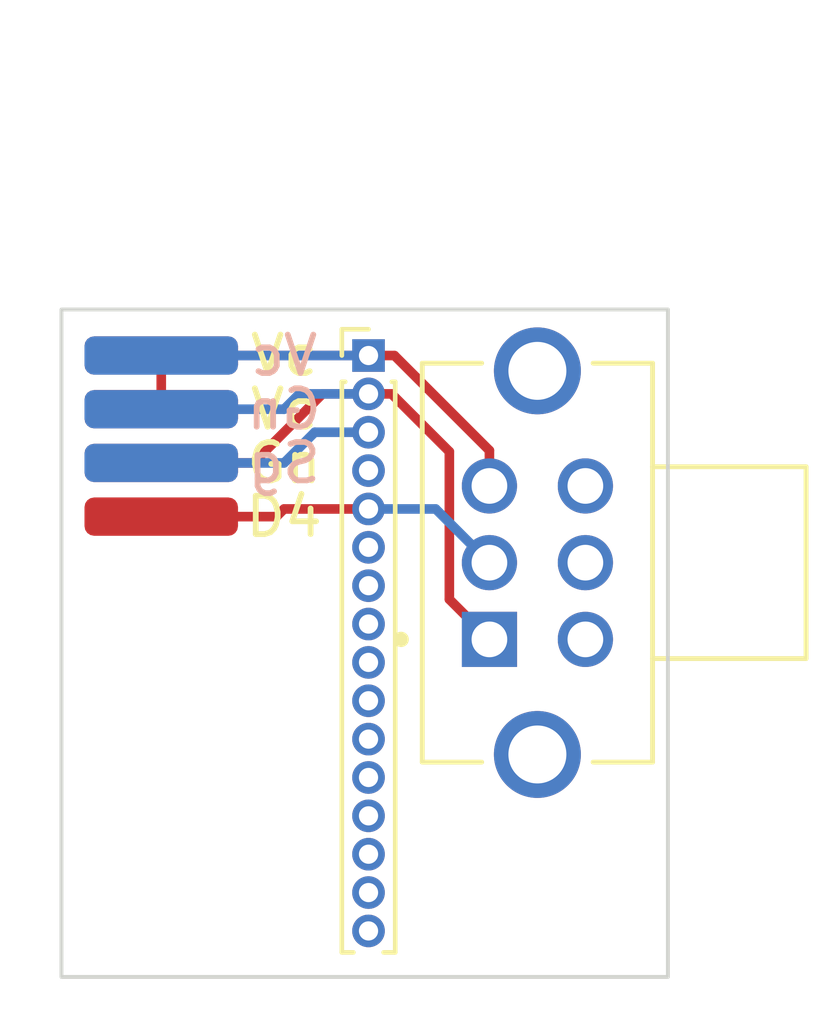
<source format=kicad_pcb>
(kicad_pcb (version 20221018) (generator pcbnew)
  (layers (0 "F.Cu" signal) (31 "B.Cu" signal) (34 "B.Paste" user) (35 "F.Paste" user) (36 "B.SilkS" user "B.Silkscreen") (37 "F.SilkS" user "F.Silkscreen") (38 "B.Mask" user) (39 "F.Mask" user) (44 "Edge.Cuts" user))
  (net 0 "")
  (net 13 "/vcc")
  (net 14 "/D15")
  (net 15 "/D4")
  (net 16 "/gnd")
  (footprint "Connector_Wire:SolderWirePad_1x01_SMD_1x4mm" (layer "F.Cu") (at 154.6 82.6 -90)
    (fp_text reference "Gn" (at 0 -3.2 180) (layer "B.SilkS") (effects (justify mirror)))
    (fp_text value "SolderJumper_2_Bridged")
    (pad "1" smd roundrect (at 0 0 270) (size 1 4) (layers "B.Cu" "B.Paste" "B.Mask") (net 16 "/gnd"))
  )
  (footprint "Connector_PinHeader_1.00mm:PinHeader_1x16_P1.00mm_Vertical" (layer "F.Cu") (at 160 81.2)
    (fp_text reference "J1" hide)
    (fp_text value "Conn_01x16_MountingPin")
    (fp_line (start -0.695 -0.685) (end 0 -0.685) (stroke (width 0.12)) (layer "F.SilkS"))
    (fp_line (start -0.695 0) (end -0.695 -0.685) (stroke (width 0.12)) (layer "F.SilkS"))
    (fp_line (start -0.695 0.685) (end -0.695 15.56) (stroke (width 0.12)) (layer "F.SilkS"))
    (fp_line (start -0.695 0.685) (end -0.608276 0.685) (stroke (width 0.12)) (layer "F.SilkS"))
    (fp_line (start -0.695 15.56) (end -0.394493 15.56) (stroke (width 0.12)) (layer "F.SilkS"))
    (fp_line (start 0.394493 15.56) (end 0.695 15.56) (stroke (width 0.12)) (layer "F.SilkS"))
    (fp_line (start 0.608276 0.685) (end 0.695 0.685) (stroke (width 0.12)) (layer "F.SilkS"))
    (fp_line (start 0.695 0.685) (end 0.695 15.56) (stroke (width 0.12)) (layer "F.SilkS"))
    (pad "1" thru_hole rect (at 0 0) (size 0.85 0.85) (drill 0.5) (layers "*.Cu" "*.Mask") (net 13 "/vcc"))
    (pad "2" thru_hole oval (at 0 1) (size 0.85 0.85) (drill 0.5) (layers "*.Cu" "*.Mask") (net 16 "/gnd"))
    (pad "3" thru_hole oval (at 0 2) (size 0.85 0.85) (drill 0.5) (layers "*.Cu" "*.Mask") (net 14 "/D15"))
    (pad "4" thru_hole oval (at 0 3) (size 0.85 0.85) (drill 0.5) (layers "*.Cu" "*.Mask"))
    (pad "5" thru_hole oval (at 0 4) (size 0.85 0.85) (drill 0.5) (layers "*.Cu" "*.Mask") (net 15 "/D4"))
    (pad "6" thru_hole oval (at 0 5) (size 0.85 0.85) (drill 0.5) (layers "*.Cu" "*.Mask"))
    (pad "7" thru_hole oval (at 0 6) (size 0.85 0.85) (drill 0.5) (layers "*.Cu" "*.Mask"))
    (pad "8" thru_hole oval (at 0 7) (size 0.85 0.85) (drill 0.5) (layers "*.Cu" "*.Mask"))
    (pad "9" thru_hole oval (at 0 8) (size 0.85 0.85) (drill 0.5) (layers "*.Cu" "*.Mask"))
    (pad "10" thru_hole oval (at 0 9) (size 0.85 0.85) (drill 0.5) (layers "*.Cu" "*.Mask"))
    (pad "11" thru_hole oval (at 0 10) (size 0.85 0.85) (drill 0.5) (layers "*.Cu" "*.Mask"))
    (pad "12" thru_hole oval (at 0 11) (size 0.85 0.85) (drill 0.5) (layers "*.Cu" "*.Mask"))
    (pad "13" thru_hole oval (at 0 12) (size 0.85 0.85) (drill 0.5) (layers "*.Cu" "*.Mask"))
    (pad "14" thru_hole oval (at 0 13) (size 0.85 0.85) (drill 0.5) (layers "*.Cu" "*.Mask"))
    (pad "15" thru_hole oval (at 0 14) (size 0.85 0.85) (drill 0.5) (layers "*.Cu" "*.Mask"))
    (pad "16" thru_hole oval (at 0 15) (size 0.85 0.85) (drill 0.5) (layers "*.Cu" "*.Mask"))
  )
  (footprint "Connector_Wire:SolderWirePad_1x01_SMD_1x4mm" (layer "F.Cu") (at 154.6 82.6 -90)
    (fp_text reference "Vc" (at 0 -3.2 180) (layer "F.SilkS"))
    (fp_text value "SolderJumper_2_Bridged")
    (pad "1" smd roundrect (at 0 0 270) (size 1 4) (layers "F.Cu" "F.Paste" "F.Mask") (net 13 "/vcc"))
  )
  (footprint "Connector_Wire:SolderWirePad_1x01_SMD_1x4mm" (layer "F.Cu") (at 154.6 84 -90)
    (fp_text reference "Gn" (at 0 -3.2 180) (layer "F.SilkS"))
    (fp_text value "SolderJumper_2_Bridged")
    (pad "1" smd roundrect (at 0 0 270) (size 1 4) (layers "F.Cu" "F.Paste" "F.Mask") (net 16 "/gnd"))
  )
  (footprint "Connector_Wire:SolderWirePad_1x01_SMD_1x4mm" (layer "F.Cu") (at 154.6 84 -90)
    (fp_text reference "Sg" (at 0 -3.2) (layer "B.SilkS") (effects (justify mirror)))
    (fp_text value "SolderJumper_2_Bridged")
    (pad "1" smd roundrect (at 0 0 270) (size 1 4) (layers "B.Cu" "B.Paste" "B.Mask") (net 14 "/D15"))
  )
  (footprint "Connector_Wire:SolderWirePad_1x01_SMD_1x4mm" (layer "F.Cu") (at 154.6 81.2 -90)
    (fp_text reference "Vc" (at 0 -3.2) (layer "B.SilkS") (effects (justify mirror)))
    (fp_text value "SolderJumper_2_Bridged")
    (pad "1" smd roundrect (at 0 0 270) (size 1 4) (layers "B.Cu" "B.Paste" "B.Mask") (net 13 "/vcc"))
  )
  (footprint "Connector_Wire:SolderWirePad_1x01_SMD_1x4mm" (layer "F.Cu") (at 154.6 85.4 -90)
    (fp_text reference "D4" (at 0 -3.2 180) (layer "F.SilkS"))
    (fp_text value "SolderJumper_2_Bridged")
    (pad "1" smd roundrect (at 0 0 270) (size 1 4) (layers "F.Cu" "F.Paste" "F.Mask") (net 15 "/D4"))
  )
  (footprint "Connector_Wire:SolderWirePad_1x01_SMD_1x4mm" (layer "F.Cu") (at 154.6 81.2 -90)
    (fp_text reference "Vc" (at 0 -3.2 180) (layer "F.SilkS"))
    (fp_text value "SolderJumper_2_Bridged")
    (pad "1" smd roundrect (at 0 0 270) (size 1 4) (layers "F.Cu" "F.Paste" "F.Mask") (net 13 "/vcc"))
  )
  (footprint "switch-EG2208:SW_EG2208" (layer "F.Cu") (at 164.4 86.6 90)
    (fp_text reference "S1" hide)
    (fp_text value "EG2208")
    (fp_line (start -5.2 -3) (end -5.2 -1.4525) (stroke (width 0.127)) (layer "F.SilkS"))
    (fp_line (start -5.2 3) (end -5.2 1.4525) (stroke (width 0.127)) (layer "F.SilkS"))
    (fp_line (start -5.2 3) (end -2.5 3) (stroke (width 0.127)) (layer "F.SilkS"))
    (fp_line (start -2.5 3) (end -2.5 7) (stroke (width 0.127)) (layer "F.SilkS"))
    (fp_line (start -2.5 3) (end 2.5 3) (stroke (width 0.127)) (layer "F.SilkS"))
    (fp_line (start -2.5 7) (end 2.5 7) (stroke (width 0.127)) (layer "F.SilkS"))
    (fp_line (start 2.5 3) (end 5.2 3) (stroke (width 0.127)) (layer "F.SilkS"))
    (fp_line (start 2.5 7) (end 2.5 3) (stroke (width 0.127)) (layer "F.SilkS"))
    (fp_line (start 5.2 -3) (end -5.2 -3) (stroke (width 0.127)) (layer "F.SilkS"))
    (fp_line (start 5.2 -1.4525) (end 5.2 -3) (stroke (width 0.127)) (layer "F.SilkS"))
    (fp_line (start 5.2 3) (end 5.2 1.4525) (stroke (width 0.127)) (layer "F.SilkS"))
    (fp_circle (center -2 -3.55) (end -1.9 -3.55) (stroke (width 0.2)) (fill none) (layer "F.SilkS"))
    (pad "1" thru_hole rect (at -2 -1.25 90) (size 1.438 1.438) (drill 0.93) (layers "*.Cu" "*.Mask") (net 16 "/gnd"))
    (pad "2" thru_hole circle (at 0 -1.25 90) (size 1.438 1.438) (drill 0.93) (layers "*.Cu" "*.Mask") (net 15 "/D4"))
    (pad "3" thru_hole circle (at 2 -1.25 90) (size 1.438 1.438) (drill 0.93) (layers "*.Cu" "*.Mask") (net 13 "/vcc"))
    (pad "4" thru_hole circle (at -2 1.25 90) (size 1.438 1.438) (drill 0.93) (layers "*.Cu" "*.Mask"))
    (pad "5" thru_hole circle (at 0 1.25 90) (size 1.438 1.438) (drill 0.93) (layers "*.Cu" "*.Mask"))
    (pad "6" thru_hole circle (at 2 1.25 90) (size 1.438 1.438) (drill 0.93) (layers "*.Cu" "*.Mask"))
    (pad "S1" thru_hole circle (at -5 0 90) (size 2.265 2.265) (drill 1.51) (layers "*.Cu" "*.Mask"))
    (pad "S2" thru_hole circle (at 5 0 90) (size 2.265 2.265) (drill 1.51) (layers "*.Cu" "*.Mask"))
  )
  (gr_rect (start 152 80) (end 167.8 97.4) (stroke (width 0.1)) (fill none) (layer "Edge.Cuts"))
  (segment (start 160.675 81.2) (end 163.15 83.675) (width 0.25) (layer "F.Cu") (net 13))
  (segment (start 160 81.2) (end 154.6 81.2) (width 0.25) (layer "F.Cu") (net 13))
  (segment (start 163.15 83.675) (end 163.15 84.6) (width 0.25) (layer "F.Cu") (net 13))
  (segment (start 160 81.2) (end 160.675 81.2) (width 0.25) (layer "F.Cu") (net 13))
  (segment (start 154.6 81.2) (end 154.6 82.6) (width 0.25) (layer "F.Cu") (net 13))
  (segment (start 160 81.2) (end 154.6 81.2) (width 0.25) (layer "B.Cu") (net 13))
  (segment (start 160 83.2) (end 158.6 83.2) (width 0.25) (layer "B.Cu") (net 14))
  (segment (start 157.8 84) (end 154.6 84) (width 0.25) (layer "B.Cu") (net 14))
  (segment (start 158.6 83.2) (end 157.8 84) (width 0.25) (layer "B.Cu") (net 14))
  (segment (start 157.6 85.4) (end 154.6 85.4) (width 0.25) (layer "F.Cu") (net 15))
  (segment (start 160 85.2) (end 157.8 85.2) (width 0.25) (layer "F.Cu") (net 15))
  (segment (start 157.8 85.2) (end 157.6 85.4) (width 0.25) (layer "F.Cu") (net 15))
  (segment (start 160 85.2) (end 161.75 85.2) (width 0.25) (layer "B.Cu") (net 15))
  (segment (start 161.75 85.2) (end 163.15 86.6) (width 0.25) (layer "B.Cu") (net 15))
  (segment (start 158.8 82.2) (end 157 84) (width 0.25) (layer "F.Cu") (net 16))
  (segment (start 160 82.2) (end 160.60104 82.2) (width 0.25) (layer "F.Cu") (net 16))
  (segment (start 160.60104 82.2) (end 162.106 83.70496) (width 0.25) (layer "F.Cu") (net 16))
  (segment (start 162.106 87.556) (end 163.15 88.6) (width 0.25) (layer "F.Cu") (net 16))
  (segment (start 160 82.2) (end 158.8 82.2) (width 0.25) (layer "F.Cu") (net 16))
  (segment (start 162.106 83.70496) (end 162.106 87.556) (width 0.25) (layer "F.Cu") (net 16))
  (segment (start 157 84) (end 154.6 84) (width 0.25) (layer "F.Cu") (net 16))
  (segment (start 157.8 82.6) (end 154.6 82.6) (width 0.25) (layer "B.Cu") (net 16))
  (segment (start 158.2 82.2) (end 157.8 82.6) (width 0.25) (layer "B.Cu") (net 16))
  (segment (start 160 82.2) (end 158.2 82.2) (width 0.25) (layer "B.Cu") (net 16))
)
</source>
